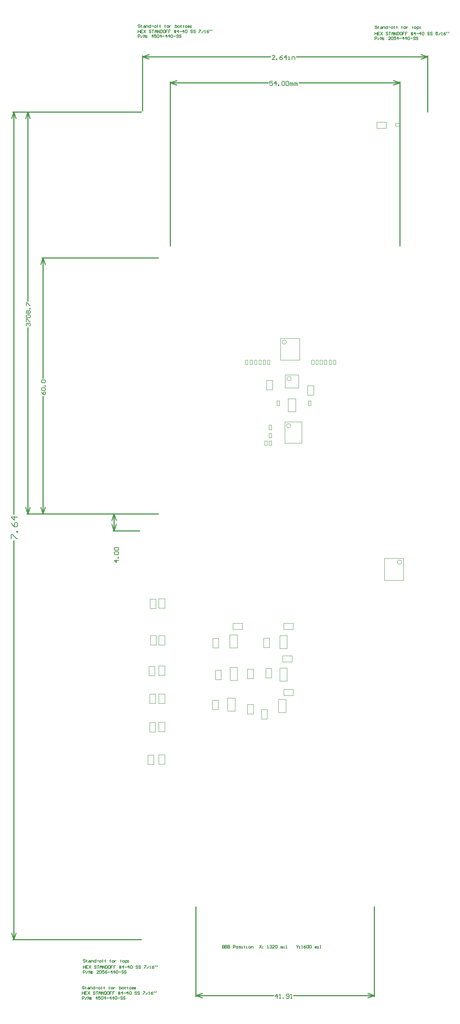
<source format=gbr>
G04 Layer_Color=16711935*
%FSLAX26Y26*%
%MOIN*%
%TF.FileFunction,Other,Mechanical_13*%
%TF.Part,Single*%
G01*
G75*
%TA.AperFunction,NonConductor*%
%ADD49C,0.010000*%
%ADD52C,0.005905*%
%ADD74C,0.003937*%
%ADD78C,0.006000*%
D49*
X976378Y-7803622D02*
X976378Y-6973622D01*
X-673622Y-7803622D02*
X-673622Y-6973622D01*
X230093Y-7793622D02*
X976378Y-7793622D01*
X-673622Y-7793622D02*
X44915Y-7793622D01*
X916378Y-7773622D02*
X976378Y-7793622D01*
X916378Y-7813622D02*
X976378Y-7793622D01*
X-673622Y-7793622D02*
X-613622Y-7813622D01*
X-673622Y-7793622D02*
X-613622Y-7773622D01*
X-2238622Y-3345122D02*
X-1022235Y-3345122D01*
X-2238622Y363555D02*
X-1179103Y363555D01*
X-2228622Y-3345122D02*
X-2228622Y-1626764D01*
X-2228622Y-1382551D02*
X-2228622Y363555D01*
X-2228622Y-3345122D02*
X-2208622Y-3285122D01*
X-2248622Y-3285122D02*
X-2228622Y-3345122D01*
X-2248622Y303555D02*
X-2228622Y363555D01*
X-2208622Y303555D01*
X-1441810Y-3502602D02*
X-1193214Y-3502602D01*
X-1441810Y-3345122D02*
X-1022235Y-3345122D01*
X-1431810Y-3502602D02*
X-1431810Y-3423862D01*
X-1431810Y-3345122D01*
X-1431810Y-3502602D02*
X-1411810Y-3442602D01*
X-1451810Y-3442602D02*
X-1431810Y-3502602D01*
X-1451810Y-3405122D02*
X-1431810Y-3345122D01*
X-1411810Y-3405122D01*
X-911810Y-872493D02*
X-911810Y644878D01*
X1214174Y-872493D02*
X1214174Y644878D01*
X-911810Y634878D02*
X-4478Y634878D01*
X279094Y634878D02*
X1214174Y634878D01*
X-911810Y634878D02*
X-851810Y614878D01*
X-911810Y634878D02*
X-851810Y654878D01*
X1154174Y654878D02*
X1214174Y634878D01*
X1154174Y614878D02*
X1214174Y634878D01*
X-2098622Y-3345122D02*
X-1022235Y-3345122D01*
X-2098622Y-982918D02*
X-1022235Y-982918D01*
X-2088622Y-3345122D02*
X-2088622Y-2260643D01*
X-2088622Y-2095145D02*
X-2088622Y-982918D01*
X-2088622Y-3345122D02*
X-2068622Y-3285122D01*
X-2108622Y-3285122D02*
X-2088622Y-3345122D01*
X-2108622Y-1042918D02*
X-2088622Y-982918D01*
X-2068622Y-1042918D01*
X-2365803Y363555D02*
X-1247638Y363555D01*
X-2365803Y-7274287D02*
X-1179103Y-7274287D01*
X-2355803Y-3350400D02*
X-2355803Y363555D01*
X-2355803Y-7274287D02*
X-2355803Y-3592332D01*
X-2375803Y303555D02*
X-2355803Y363555D01*
X-2335803Y303555D01*
X-2355803Y-7274287D02*
X-2335803Y-7214287D01*
X-2375803Y-7214287D02*
X-2355803Y-7274287D01*
X-1169103Y373555D02*
X-1169103Y884878D01*
X1468897Y363713D02*
X1468897Y884878D01*
X-1169103Y874878D02*
X17196Y874878D01*
X254850Y874878D02*
X1468897Y874878D01*
X-1169103Y874878D02*
X-1109103Y854878D01*
X-1169103Y874878D02*
X-1109103Y894878D01*
X1408897Y894878D02*
X1468897Y874878D01*
X1408897Y854878D02*
X1468897Y874878D01*
D52*
X1001150Y1154637D02*
X996887Y1158900D01*
X988359Y1158900D01*
X984095Y1154637D01*
X984095Y1150373D01*
X988359Y1146109D01*
X996887Y1146109D01*
X1001150Y1141845D01*
X1001150Y1137582D01*
X996887Y1133318D01*
X988359Y1133318D01*
X984095Y1137582D01*
X1013941Y1154637D02*
X1013941Y1150373D01*
X1009678Y1150373D01*
X1018205Y1150373D01*
X1013941Y1150373D01*
X1013941Y1137582D01*
X1018205Y1133318D01*
X1035260Y1150373D02*
X1043787Y1150373D01*
X1048051Y1146109D01*
X1048051Y1133318D01*
X1035260Y1133318D01*
X1030996Y1137582D01*
X1035260Y1141845D01*
X1048051Y1141845D01*
X1056579Y1133318D02*
X1056579Y1150373D01*
X1069370Y1150373D01*
X1073633Y1146109D01*
X1073633Y1133318D01*
X1099216Y1158900D02*
X1099216Y1133318D01*
X1086425Y1133318D01*
X1082161Y1137582D01*
X1082161Y1146109D01*
X1086425Y1150373D01*
X1099216Y1150373D01*
X1107743Y1146109D02*
X1124798Y1146109D01*
X1137589Y1133318D02*
X1146117Y1133318D01*
X1150380Y1137582D01*
X1150380Y1146109D01*
X1146117Y1150373D01*
X1137589Y1150373D01*
X1133325Y1146109D01*
X1133325Y1137582D01*
X1137589Y1133318D01*
X1163171Y1133318D02*
X1163171Y1154637D01*
X1163171Y1146109D01*
X1158908Y1146109D01*
X1167435Y1146109D01*
X1163171Y1146109D01*
X1163171Y1154637D01*
X1167435Y1158900D01*
X1184490Y1133318D02*
X1184490Y1154637D01*
X1184490Y1146109D01*
X1180226Y1146109D01*
X1188754Y1146109D01*
X1184490Y1146109D01*
X1184490Y1154637D01*
X1188754Y1158900D01*
X1231391Y1133318D02*
X1231391Y1154637D01*
X1231391Y1146109D01*
X1227127Y1146109D01*
X1235655Y1146109D01*
X1231391Y1146109D01*
X1231391Y1154637D01*
X1235655Y1158900D01*
X1252710Y1133318D02*
X1261237Y1133318D01*
X1265501Y1137582D01*
X1265501Y1146109D01*
X1261237Y1150373D01*
X1252710Y1150373D01*
X1248446Y1146109D01*
X1248446Y1137582D01*
X1252710Y1133318D01*
X1274028Y1150373D02*
X1274028Y1133318D01*
X1274028Y1141845D01*
X1278292Y1146109D01*
X1282556Y1150373D01*
X1286819Y1150373D01*
X1329457Y1154637D02*
X1329457Y1150373D01*
X1325193Y1150373D01*
X1333720Y1150373D01*
X1329457Y1150373D01*
X1329457Y1137582D01*
X1333720Y1133318D01*
X1350775Y1133318D02*
X1359303Y1133318D01*
X1363566Y1137582D01*
X1363566Y1146109D01*
X1359303Y1150373D01*
X1350775Y1150373D01*
X1346511Y1146109D01*
X1346511Y1137582D01*
X1350775Y1133318D01*
X1372094Y1124791D02*
X1372094Y1150373D01*
X1384885Y1150373D01*
X1389149Y1146109D01*
X1389149Y1137582D01*
X1384885Y1133318D01*
X1372094Y1133318D01*
X1397676Y1150373D02*
X1401940Y1150373D01*
X1401940Y1146109D01*
X1397676Y1146109D01*
X1397676Y1150373D01*
X1397676Y1137582D02*
X1401940Y1137582D01*
X1401940Y1133318D01*
X1397676Y1133318D01*
X1397676Y1137582D01*
X984095Y1101237D02*
X984095Y1075655D01*
X984095Y1088446D01*
X1001150Y1088446D01*
X1001150Y1101237D01*
X1001150Y1075655D01*
X1026733Y1101237D02*
X1009678Y1101237D01*
X1009678Y1075655D01*
X1026733Y1075655D01*
X1009678Y1088446D02*
X1018205Y1088446D01*
X1035260Y1101237D02*
X1052315Y1075655D01*
X1052315Y1101237D02*
X1035260Y1075655D01*
X1103479Y1096974D02*
X1099216Y1101237D01*
X1090688Y1101237D01*
X1086425Y1096974D01*
X1086425Y1092710D01*
X1090688Y1088446D01*
X1099216Y1088446D01*
X1103479Y1084182D01*
X1103479Y1079919D01*
X1099216Y1075655D01*
X1090688Y1075655D01*
X1086425Y1079919D01*
X1112007Y1101237D02*
X1129062Y1101237D01*
X1120534Y1101237D01*
X1120534Y1075655D01*
X1137589Y1075655D02*
X1137589Y1092710D01*
X1146117Y1101237D01*
X1154644Y1092710D01*
X1154644Y1075655D01*
X1154644Y1088446D01*
X1137589Y1088446D01*
X1163171Y1075655D02*
X1163171Y1101237D01*
X1180226Y1075655D01*
X1180226Y1101237D01*
X1188754Y1101237D02*
X1188754Y1075655D01*
X1201545Y1075655D01*
X1205809Y1079919D01*
X1205809Y1096974D01*
X1201545Y1101237D01*
X1188754Y1101237D01*
X1227127Y1101237D02*
X1218600Y1101237D01*
X1214336Y1096974D01*
X1214336Y1079919D01*
X1218600Y1075655D01*
X1227127Y1075655D01*
X1231391Y1079919D01*
X1231391Y1096974D01*
X1227127Y1101237D01*
X1256973Y1101237D02*
X1239918Y1101237D01*
X1239918Y1088446D01*
X1248446Y1088446D01*
X1239918Y1088446D01*
X1239918Y1075655D01*
X1282556Y1101237D02*
X1265501Y1101237D01*
X1265501Y1088446D01*
X1274028Y1088446D01*
X1265501Y1088446D01*
X1265501Y1075655D01*
X1320929Y1075655D02*
X1320929Y1101237D01*
X1329457Y1101237D02*
X1329457Y1075655D01*
X1316665Y1092710D02*
X1329457Y1092710D01*
X1333720Y1092710D01*
X1316665Y1084182D02*
X1333720Y1084182D01*
X1355039Y1075655D02*
X1355039Y1101237D01*
X1342248Y1088446D01*
X1359303Y1088446D01*
X1367830Y1088446D02*
X1384885Y1088446D01*
X1406203Y1075655D02*
X1406203Y1101237D01*
X1393412Y1088446D01*
X1410467Y1088446D01*
X1418995Y1096974D02*
X1423258Y1101237D01*
X1431786Y1101237D01*
X1436049Y1096974D01*
X1436049Y1079919D01*
X1431786Y1075655D01*
X1423258Y1075655D01*
X1418995Y1079919D01*
X1418995Y1096974D01*
X1487214Y1096974D02*
X1482950Y1101237D01*
X1474423Y1101237D01*
X1470159Y1096974D01*
X1470159Y1092710D01*
X1474423Y1088446D01*
X1482950Y1088446D01*
X1487214Y1084182D01*
X1487214Y1079919D01*
X1482950Y1075655D01*
X1474423Y1075655D01*
X1470159Y1079919D01*
X1512796Y1096974D02*
X1508533Y1101237D01*
X1500005Y1101237D01*
X1495741Y1096974D01*
X1495741Y1092710D01*
X1500005Y1088446D01*
X1508533Y1088446D01*
X1512796Y1084182D01*
X1512796Y1079919D01*
X1508533Y1075655D01*
X1500005Y1075655D01*
X1495741Y1079919D01*
X1563961Y1101237D02*
X1546906Y1101237D01*
X1546906Y1088446D01*
X1555433Y1092710D01*
X1559697Y1092710D01*
X1563961Y1088446D01*
X1563961Y1079919D01*
X1559697Y1075655D01*
X1551170Y1075655D01*
X1546906Y1079919D01*
X1572488Y1075655D02*
X1589543Y1092710D01*
X1598071Y1075655D02*
X1606598Y1075655D01*
X1602334Y1075655D01*
X1602334Y1101237D01*
X1598071Y1096974D01*
X1636444Y1101237D02*
X1627917Y1096974D01*
X1619389Y1088446D01*
X1619389Y1079919D01*
X1623653Y1075655D01*
X1632180Y1075655D01*
X1636444Y1079919D01*
X1636444Y1084182D01*
X1632180Y1088446D01*
X1619389Y1088446D01*
X1649235Y1105501D02*
X1649235Y1096974D01*
X1644972Y1092710D01*
X1666290Y1105501D02*
X1666290Y1096974D01*
X1662026Y1092710D01*
X984095Y1030783D02*
X984095Y1056366D01*
X996887Y1056366D01*
X1001150Y1052102D01*
X1001150Y1043575D01*
X996887Y1039311D01*
X984095Y1039311D01*
X1009678Y1030783D02*
X1026733Y1047838D01*
X1035260Y1030783D02*
X1035260Y1056366D01*
X1052315Y1030783D01*
X1052315Y1056366D01*
X1060842Y1047838D02*
X1065106Y1047838D01*
X1065106Y1043575D01*
X1060842Y1043575D01*
X1060842Y1047838D01*
X1060842Y1035047D02*
X1065106Y1035047D01*
X1065106Y1030783D01*
X1060842Y1030783D01*
X1060842Y1035047D01*
X1124798Y1030783D02*
X1107743Y1030783D01*
X1124798Y1047838D01*
X1124798Y1052102D01*
X1120534Y1056366D01*
X1112007Y1056366D01*
X1107743Y1052102D01*
X1133325Y1052102D02*
X1137589Y1056366D01*
X1146117Y1056366D01*
X1150380Y1052102D01*
X1150380Y1035047D01*
X1146117Y1030783D01*
X1137589Y1030783D01*
X1133325Y1035047D01*
X1133325Y1052102D01*
X1175963Y1056366D02*
X1158908Y1056366D01*
X1158908Y1043575D01*
X1167435Y1047838D01*
X1171699Y1047838D01*
X1175963Y1043575D01*
X1175963Y1035047D01*
X1171699Y1030783D01*
X1163171Y1030783D01*
X1158908Y1035047D01*
X1197281Y1030783D02*
X1197281Y1056366D01*
X1184490Y1043575D01*
X1201545Y1043575D01*
X1210072Y1043575D02*
X1227127Y1043575D01*
X1248446Y1030783D02*
X1248446Y1056366D01*
X1235655Y1043575D01*
X1252710Y1043575D01*
X1274028Y1030783D02*
X1274028Y1056366D01*
X1261237Y1043575D01*
X1278292Y1043575D01*
X1286819Y1052102D02*
X1291083Y1056366D01*
X1299611Y1056366D01*
X1303874Y1052102D01*
X1303874Y1035047D01*
X1299611Y1030783D01*
X1291083Y1030783D01*
X1286819Y1035047D01*
X1286819Y1052102D01*
X1312402Y1043575D02*
X1329457Y1043575D01*
X1355039Y1052102D02*
X1350775Y1056366D01*
X1342248Y1056366D01*
X1337984Y1052102D01*
X1337984Y1047838D01*
X1342248Y1043575D01*
X1350775Y1043575D01*
X1355039Y1039311D01*
X1355039Y1035047D01*
X1350775Y1030783D01*
X1342248Y1030783D01*
X1337984Y1035047D01*
X1380621Y1052102D02*
X1376357Y1056366D01*
X1367830Y1056366D01*
X1363566Y1052102D01*
X1363566Y1047838D01*
X1367830Y1043575D01*
X1376357Y1043575D01*
X1380621Y1039311D01*
X1380621Y1035047D01*
X1376357Y1030783D01*
X1367830Y1030783D01*
X1363566Y1035047D01*
X-1695662Y-7463863D02*
X-1699926Y-7459599D01*
X-1708453Y-7459599D01*
X-1712717Y-7463863D01*
X-1712717Y-7468127D01*
X-1708453Y-7472390D01*
X-1699926Y-7472390D01*
X-1695662Y-7476654D01*
X-1695662Y-7480918D01*
X-1699926Y-7485182D01*
X-1708453Y-7485182D01*
X-1712717Y-7480918D01*
X-1682871Y-7463863D02*
X-1682871Y-7468127D01*
X-1687135Y-7468127D01*
X-1678607Y-7468127D01*
X-1682871Y-7468127D01*
X-1682871Y-7480918D01*
X-1678607Y-7485182D01*
X-1661552Y-7468127D02*
X-1653025Y-7468127D01*
X-1648761Y-7472390D01*
X-1648761Y-7485182D01*
X-1661552Y-7485182D01*
X-1665816Y-7480918D01*
X-1661552Y-7476654D01*
X-1648761Y-7476654D01*
X-1640234Y-7485182D02*
X-1640234Y-7468127D01*
X-1627443Y-7468127D01*
X-1623179Y-7472390D01*
X-1623179Y-7485182D01*
X-1597597Y-7459599D02*
X-1597597Y-7485182D01*
X-1610388Y-7485182D01*
X-1614651Y-7480918D01*
X-1614651Y-7472390D01*
X-1610388Y-7468127D01*
X-1597597Y-7468127D01*
X-1589069Y-7472390D02*
X-1572014Y-7472390D01*
X-1559223Y-7485182D02*
X-1550696Y-7485182D01*
X-1546432Y-7480918D01*
X-1546432Y-7472390D01*
X-1550696Y-7468127D01*
X-1559223Y-7468127D01*
X-1563487Y-7472390D01*
X-1563487Y-7480918D01*
X-1559223Y-7485182D01*
X-1533641Y-7485182D02*
X-1533641Y-7463863D01*
X-1533641Y-7472390D01*
X-1537905Y-7472390D01*
X-1529377Y-7472390D01*
X-1533641Y-7472390D01*
X-1533641Y-7463863D01*
X-1529377Y-7459599D01*
X-1512322Y-7485182D02*
X-1512322Y-7463863D01*
X-1512322Y-7472390D01*
X-1516586Y-7472390D01*
X-1508059Y-7472390D01*
X-1512322Y-7472390D01*
X-1512322Y-7463863D01*
X-1508059Y-7459599D01*
X-1465421Y-7485182D02*
X-1465421Y-7463863D01*
X-1465421Y-7472390D01*
X-1469685Y-7472390D01*
X-1461158Y-7472390D01*
X-1465421Y-7472390D01*
X-1465421Y-7463863D01*
X-1461158Y-7459599D01*
X-1444103Y-7485182D02*
X-1435575Y-7485182D01*
X-1431312Y-7480918D01*
X-1431312Y-7472390D01*
X-1435575Y-7468127D01*
X-1444103Y-7468127D01*
X-1448366Y-7472390D01*
X-1448366Y-7480918D01*
X-1444103Y-7485182D01*
X-1422784Y-7468127D02*
X-1422784Y-7485182D01*
X-1422784Y-7476654D01*
X-1418520Y-7472390D01*
X-1414257Y-7468127D01*
X-1409993Y-7468127D01*
X-1367356Y-7463863D02*
X-1367356Y-7468127D01*
X-1371620Y-7468127D01*
X-1363092Y-7468127D01*
X-1367356Y-7468127D01*
X-1367356Y-7480918D01*
X-1363092Y-7485182D01*
X-1346037Y-7485182D02*
X-1337510Y-7485182D01*
X-1333246Y-7480918D01*
X-1333246Y-7472390D01*
X-1337510Y-7468127D01*
X-1346037Y-7468127D01*
X-1350301Y-7472390D01*
X-1350301Y-7480918D01*
X-1346037Y-7485182D01*
X-1324719Y-7493709D02*
X-1324719Y-7468127D01*
X-1311927Y-7468127D01*
X-1307664Y-7472390D01*
X-1307664Y-7480918D01*
X-1311927Y-7485182D01*
X-1324719Y-7485182D01*
X-1299136Y-7468127D02*
X-1294873Y-7468127D01*
X-1294873Y-7472390D01*
X-1299136Y-7472390D01*
X-1299136Y-7468127D01*
X-1299136Y-7480918D02*
X-1294873Y-7480918D01*
X-1294873Y-7485182D01*
X-1299136Y-7485182D01*
X-1299136Y-7480918D01*
X-1712717Y-7517262D02*
X-1712717Y-7542845D01*
X-1712717Y-7530053D01*
X-1695662Y-7530053D01*
X-1695662Y-7517262D01*
X-1695662Y-7542845D01*
X-1670080Y-7517262D02*
X-1687135Y-7517262D01*
X-1687135Y-7542845D01*
X-1670080Y-7542845D01*
X-1687135Y-7530053D02*
X-1678607Y-7530053D01*
X-1661552Y-7517262D02*
X-1644497Y-7542845D01*
X-1644497Y-7517262D02*
X-1661552Y-7542845D01*
X-1593333Y-7521526D02*
X-1597597Y-7517262D01*
X-1606124Y-7517262D01*
X-1610388Y-7521526D01*
X-1610388Y-7525790D01*
X-1606124Y-7530053D01*
X-1597597Y-7530053D01*
X-1593333Y-7534317D01*
X-1593333Y-7538581D01*
X-1597597Y-7542845D01*
X-1606124Y-7542845D01*
X-1610388Y-7538581D01*
X-1584805Y-7517262D02*
X-1567751Y-7517262D01*
X-1576278Y-7517262D01*
X-1576278Y-7542845D01*
X-1559223Y-7542845D02*
X-1559223Y-7525790D01*
X-1550696Y-7517262D01*
X-1542168Y-7525790D01*
X-1542168Y-7542845D01*
X-1542168Y-7530053D01*
X-1559223Y-7530053D01*
X-1533641Y-7542845D02*
X-1533641Y-7517262D01*
X-1516586Y-7542845D01*
X-1516586Y-7517262D01*
X-1508059Y-7517262D02*
X-1508059Y-7542845D01*
X-1495267Y-7542845D01*
X-1491004Y-7538581D01*
X-1491004Y-7521526D01*
X-1495267Y-7517262D01*
X-1508059Y-7517262D01*
X-1469685Y-7517262D02*
X-1478213Y-7517262D01*
X-1482476Y-7521526D01*
X-1482476Y-7538581D01*
X-1478213Y-7542845D01*
X-1469685Y-7542845D01*
X-1465421Y-7538581D01*
X-1465421Y-7521526D01*
X-1469685Y-7517262D01*
X-1439839Y-7517262D02*
X-1456894Y-7517262D01*
X-1456894Y-7530053D01*
X-1448367Y-7530053D01*
X-1456894Y-7530053D01*
X-1456894Y-7542845D01*
X-1414257Y-7517262D02*
X-1431312Y-7517262D01*
X-1431312Y-7530053D01*
X-1422784Y-7530053D01*
X-1431312Y-7530053D01*
X-1431312Y-7542845D01*
X-1375883Y-7542845D02*
X-1375883Y-7517262D01*
X-1367356Y-7517262D02*
X-1367356Y-7542845D01*
X-1380147Y-7525790D02*
X-1367356Y-7525790D01*
X-1363092Y-7525790D01*
X-1380147Y-7534317D02*
X-1363092Y-7534317D01*
X-1341774Y-7542845D02*
X-1341774Y-7517262D01*
X-1354565Y-7530053D01*
X-1337510Y-7530053D01*
X-1328982Y-7530053D02*
X-1311928Y-7530053D01*
X-1290609Y-7542845D02*
X-1290609Y-7517262D01*
X-1303400Y-7530053D01*
X-1286345Y-7530053D01*
X-1277818Y-7521526D02*
X-1273554Y-7517262D01*
X-1265027Y-7517262D01*
X-1260763Y-7521526D01*
X-1260763Y-7538581D01*
X-1265027Y-7542845D01*
X-1273554Y-7542845D01*
X-1277818Y-7538581D01*
X-1277818Y-7521526D01*
X-1209598Y-7521526D02*
X-1213862Y-7517262D01*
X-1222389Y-7517262D01*
X-1226653Y-7521526D01*
X-1226653Y-7525790D01*
X-1222389Y-7530053D01*
X-1213862Y-7530053D01*
X-1209598Y-7534317D01*
X-1209598Y-7538581D01*
X-1213862Y-7542845D01*
X-1222389Y-7542845D01*
X-1226653Y-7538581D01*
X-1184016Y-7521526D02*
X-1188280Y-7517262D01*
X-1196807Y-7517262D01*
X-1201071Y-7521526D01*
X-1201071Y-7525790D01*
X-1196807Y-7530053D01*
X-1188280Y-7530053D01*
X-1184016Y-7534317D01*
X-1184016Y-7538581D01*
X-1188280Y-7542845D01*
X-1196807Y-7542845D01*
X-1201071Y-7538581D01*
X-1149906Y-7517262D02*
X-1132851Y-7517262D01*
X-1132851Y-7521526D01*
X-1149906Y-7538581D01*
X-1149906Y-7542845D01*
X-1124324Y-7542845D02*
X-1107269Y-7525790D01*
X-1098742Y-7542845D02*
X-1090214Y-7542845D01*
X-1094478Y-7542845D01*
X-1094478Y-7517262D01*
X-1098742Y-7521526D01*
X-1060368Y-7517262D02*
X-1068896Y-7521526D01*
X-1077423Y-7530053D01*
X-1077423Y-7538581D01*
X-1073159Y-7542845D01*
X-1064632Y-7542845D01*
X-1060368Y-7538581D01*
X-1060368Y-7534317D01*
X-1064632Y-7530053D01*
X-1077423Y-7530053D01*
X-1047577Y-7512998D02*
X-1047577Y-7521526D01*
X-1051841Y-7525790D01*
X-1030522Y-7512998D02*
X-1030522Y-7521526D01*
X-1034786Y-7525790D01*
X-1712717Y-7587716D02*
X-1712717Y-7562134D01*
X-1699926Y-7562134D01*
X-1695662Y-7566398D01*
X-1695662Y-7574925D01*
X-1699926Y-7579189D01*
X-1712717Y-7579189D01*
X-1687135Y-7587716D02*
X-1670080Y-7570661D01*
X-1661552Y-7587716D02*
X-1661552Y-7562134D01*
X-1644497Y-7587716D01*
X-1644497Y-7562134D01*
X-1635970Y-7570661D02*
X-1631706Y-7570661D01*
X-1631706Y-7574925D01*
X-1635970Y-7574925D01*
X-1635970Y-7570661D01*
X-1635970Y-7583453D02*
X-1631706Y-7583453D01*
X-1631706Y-7587716D01*
X-1635970Y-7587716D01*
X-1635970Y-7583453D01*
X-1572014Y-7587716D02*
X-1589069Y-7587716D01*
X-1572014Y-7570661D01*
X-1572014Y-7566398D01*
X-1576278Y-7562134D01*
X-1584805Y-7562134D01*
X-1589069Y-7566398D01*
X-1563487Y-7566398D02*
X-1559223Y-7562134D01*
X-1550696Y-7562134D01*
X-1546432Y-7566398D01*
X-1546432Y-7583453D01*
X-1550696Y-7587716D01*
X-1559223Y-7587716D01*
X-1563487Y-7583453D01*
X-1563487Y-7566398D01*
X-1520850Y-7562134D02*
X-1537905Y-7562134D01*
X-1537905Y-7574925D01*
X-1529377Y-7570661D01*
X-1525113Y-7570661D01*
X-1520850Y-7574925D01*
X-1520850Y-7583453D01*
X-1525113Y-7587716D01*
X-1533641Y-7587716D01*
X-1537905Y-7583453D01*
X-1495267Y-7562134D02*
X-1503795Y-7566398D01*
X-1512322Y-7574925D01*
X-1512322Y-7583453D01*
X-1508059Y-7587716D01*
X-1499531Y-7587716D01*
X-1495267Y-7583453D01*
X-1495267Y-7579189D01*
X-1499531Y-7574925D01*
X-1512322Y-7574925D01*
X-1486740Y-7574925D02*
X-1469685Y-7574925D01*
X-1448366Y-7587716D02*
X-1448366Y-7562134D01*
X-1461158Y-7574925D01*
X-1444103Y-7574925D01*
X-1422784Y-7587716D02*
X-1422784Y-7562134D01*
X-1435575Y-7574925D01*
X-1418520Y-7574925D01*
X-1409993Y-7566398D02*
X-1405729Y-7562134D01*
X-1397202Y-7562134D01*
X-1392938Y-7566398D01*
X-1392938Y-7583453D01*
X-1397202Y-7587716D01*
X-1405729Y-7587716D01*
X-1409993Y-7583453D01*
X-1409993Y-7566398D01*
X-1384411Y-7574925D02*
X-1367356Y-7574925D01*
X-1341774Y-7566398D02*
X-1346037Y-7562134D01*
X-1354565Y-7562134D01*
X-1358828Y-7566398D01*
X-1358828Y-7570661D01*
X-1354565Y-7574925D01*
X-1346037Y-7574925D01*
X-1341774Y-7579189D01*
X-1341774Y-7583453D01*
X-1346037Y-7587716D01*
X-1354565Y-7587716D01*
X-1358828Y-7583453D01*
X-1316191Y-7566398D02*
X-1320455Y-7562134D01*
X-1328982Y-7562134D01*
X-1333246Y-7566398D01*
X-1333246Y-7570661D01*
X-1328982Y-7574925D01*
X-1320455Y-7574925D01*
X-1316191Y-7579189D01*
X-1316191Y-7583453D01*
X-1320455Y-7587716D01*
X-1328982Y-7587716D01*
X-1333246Y-7583453D01*
X-1705662Y-7712390D02*
X-1709926Y-7708127D01*
X-1718453Y-7708127D01*
X-1722717Y-7712390D01*
X-1722717Y-7716654D01*
X-1718453Y-7720918D01*
X-1709926Y-7720918D01*
X-1705662Y-7725182D01*
X-1705662Y-7729445D01*
X-1709926Y-7733709D01*
X-1718453Y-7733709D01*
X-1722717Y-7729445D01*
X-1692871Y-7712390D02*
X-1692871Y-7716654D01*
X-1697135Y-7716654D01*
X-1688607Y-7716654D01*
X-1692871Y-7716654D01*
X-1692871Y-7729445D01*
X-1688607Y-7733709D01*
X-1671552Y-7716654D02*
X-1663025Y-7716654D01*
X-1658761Y-7720918D01*
X-1658761Y-7733709D01*
X-1671552Y-7733709D01*
X-1675816Y-7729445D01*
X-1671552Y-7725182D01*
X-1658761Y-7725182D01*
X-1650234Y-7733709D02*
X-1650234Y-7716654D01*
X-1637443Y-7716654D01*
X-1633179Y-7720918D01*
X-1633179Y-7733709D01*
X-1607597Y-7708127D02*
X-1607597Y-7733709D01*
X-1620388Y-7733709D01*
X-1624651Y-7729445D01*
X-1624651Y-7720918D01*
X-1620388Y-7716654D01*
X-1607597Y-7716654D01*
X-1599069Y-7720918D02*
X-1582014Y-7720918D01*
X-1569223Y-7733709D02*
X-1560696Y-7733709D01*
X-1556432Y-7729445D01*
X-1556432Y-7720918D01*
X-1560696Y-7716654D01*
X-1569223Y-7716654D01*
X-1573487Y-7720918D01*
X-1573487Y-7729445D01*
X-1569223Y-7733709D01*
X-1543641Y-7733709D02*
X-1543641Y-7712390D01*
X-1543641Y-7720918D01*
X-1547905Y-7720918D01*
X-1539377Y-7720918D01*
X-1543641Y-7720918D01*
X-1543641Y-7712390D01*
X-1539377Y-7708127D01*
X-1522322Y-7733709D02*
X-1522322Y-7712390D01*
X-1522322Y-7720918D01*
X-1526586Y-7720918D01*
X-1518059Y-7720918D01*
X-1522322Y-7720918D01*
X-1522322Y-7712390D01*
X-1518059Y-7708127D01*
X-1475421Y-7733709D02*
X-1475421Y-7712390D01*
X-1475421Y-7720918D01*
X-1479685Y-7720918D01*
X-1471158Y-7720918D01*
X-1475421Y-7720918D01*
X-1475421Y-7712390D01*
X-1471158Y-7708127D01*
X-1454103Y-7733709D02*
X-1445575Y-7733709D01*
X-1441312Y-7729445D01*
X-1441312Y-7720918D01*
X-1445575Y-7716654D01*
X-1454103Y-7716654D01*
X-1458366Y-7720918D01*
X-1458366Y-7729445D01*
X-1454103Y-7733709D01*
X-1432784Y-7716654D02*
X-1432784Y-7733709D01*
X-1432784Y-7725182D01*
X-1428520Y-7720918D01*
X-1424257Y-7716654D01*
X-1419993Y-7716654D01*
X-1381620Y-7708127D02*
X-1381620Y-7733709D01*
X-1368828Y-7733709D01*
X-1364565Y-7729445D01*
X-1364565Y-7725182D01*
X-1364565Y-7720918D01*
X-1368828Y-7716654D01*
X-1381620Y-7716654D01*
X-1351774Y-7733709D02*
X-1343246Y-7733709D01*
X-1338982Y-7729445D01*
X-1338982Y-7720918D01*
X-1343246Y-7716654D01*
X-1351774Y-7716654D01*
X-1356037Y-7720918D01*
X-1356037Y-7729445D01*
X-1351774Y-7733709D01*
X-1326191Y-7712390D02*
X-1326191Y-7716654D01*
X-1330455Y-7716654D01*
X-1321928Y-7716654D01*
X-1326191Y-7716654D01*
X-1326191Y-7729445D01*
X-1321928Y-7733709D01*
X-1304873Y-7712390D02*
X-1304873Y-7716654D01*
X-1309136Y-7716654D01*
X-1300609Y-7716654D01*
X-1304873Y-7716654D01*
X-1304873Y-7729445D01*
X-1300609Y-7733709D01*
X-1283554Y-7733709D02*
X-1275026Y-7733709D01*
X-1270763Y-7729445D01*
X-1270763Y-7720918D01*
X-1275026Y-7716654D01*
X-1283554Y-7716654D01*
X-1287818Y-7720918D01*
X-1287818Y-7729445D01*
X-1283554Y-7733709D01*
X-1262235Y-7733709D02*
X-1262235Y-7716654D01*
X-1257972Y-7716654D01*
X-1253708Y-7720918D01*
X-1253708Y-7733709D01*
X-1253708Y-7720918D01*
X-1249444Y-7716654D01*
X-1245180Y-7720918D01*
X-1245180Y-7733709D01*
X-1236653Y-7716654D02*
X-1232389Y-7716654D01*
X-1232389Y-7720918D01*
X-1236653Y-7720918D01*
X-1236653Y-7716654D01*
X-1236653Y-7729445D02*
X-1232389Y-7729445D01*
X-1232389Y-7733709D01*
X-1236653Y-7733709D01*
X-1236653Y-7729445D01*
X-1722717Y-7757262D02*
X-1722717Y-7782845D01*
X-1722717Y-7770053D01*
X-1705662Y-7770053D01*
X-1705662Y-7757262D01*
X-1705662Y-7782845D01*
X-1680080Y-7757262D02*
X-1697135Y-7757262D01*
X-1697135Y-7782845D01*
X-1680080Y-7782845D01*
X-1697135Y-7770053D02*
X-1688607Y-7770053D01*
X-1671552Y-7757262D02*
X-1654497Y-7782845D01*
X-1654497Y-7757262D02*
X-1671552Y-7782845D01*
X-1603333Y-7761526D02*
X-1607597Y-7757262D01*
X-1616124Y-7757262D01*
X-1620388Y-7761526D01*
X-1620388Y-7765790D01*
X-1616124Y-7770053D01*
X-1607597Y-7770053D01*
X-1603333Y-7774317D01*
X-1603333Y-7778581D01*
X-1607597Y-7782845D01*
X-1616124Y-7782845D01*
X-1620388Y-7778581D01*
X-1594805Y-7757262D02*
X-1577751Y-7757262D01*
X-1586278Y-7757262D01*
X-1586278Y-7782845D01*
X-1569223Y-7782845D02*
X-1569223Y-7765790D01*
X-1560696Y-7757262D01*
X-1552168Y-7765790D01*
X-1552168Y-7782845D01*
X-1552168Y-7770053D01*
X-1569223Y-7770053D01*
X-1543641Y-7782845D02*
X-1543641Y-7757262D01*
X-1526586Y-7782845D01*
X-1526586Y-7757262D01*
X-1518059Y-7757262D02*
X-1518059Y-7782845D01*
X-1505267Y-7782845D01*
X-1501004Y-7778581D01*
X-1501004Y-7761526D01*
X-1505267Y-7757262D01*
X-1518059Y-7757262D01*
X-1479685Y-7757262D02*
X-1488213Y-7757262D01*
X-1492476Y-7761526D01*
X-1492476Y-7778581D01*
X-1488213Y-7782845D01*
X-1479685Y-7782845D01*
X-1475421Y-7778581D01*
X-1475421Y-7761526D01*
X-1479685Y-7757262D01*
X-1449839Y-7757262D02*
X-1466894Y-7757262D01*
X-1466894Y-7770053D01*
X-1458367Y-7770053D01*
X-1466894Y-7770053D01*
X-1466894Y-7782845D01*
X-1424257Y-7757262D02*
X-1441312Y-7757262D01*
X-1441312Y-7770053D01*
X-1432784Y-7770053D01*
X-1441312Y-7770053D01*
X-1441312Y-7782845D01*
X-1385883Y-7782845D02*
X-1385883Y-7757262D01*
X-1377356Y-7757262D02*
X-1377356Y-7782845D01*
X-1390147Y-7765790D02*
X-1377356Y-7765790D01*
X-1373092Y-7765790D01*
X-1390147Y-7774317D02*
X-1373092Y-7774317D01*
X-1351774Y-7782845D02*
X-1351774Y-7757262D01*
X-1364565Y-7770053D01*
X-1347510Y-7770053D01*
X-1338982Y-7770053D02*
X-1321928Y-7770053D01*
X-1300609Y-7782845D02*
X-1300609Y-7757262D01*
X-1313400Y-7770053D01*
X-1296345Y-7770053D01*
X-1287818Y-7761526D02*
X-1283554Y-7757262D01*
X-1275027Y-7757262D01*
X-1270763Y-7761526D01*
X-1270763Y-7778581D01*
X-1275027Y-7782845D01*
X-1283554Y-7782845D01*
X-1287818Y-7778581D01*
X-1287818Y-7761526D01*
X-1219598Y-7761526D02*
X-1223862Y-7757262D01*
X-1232389Y-7757262D01*
X-1236653Y-7761526D01*
X-1236653Y-7765790D01*
X-1232389Y-7770053D01*
X-1223862Y-7770053D01*
X-1219598Y-7774317D01*
X-1219598Y-7778581D01*
X-1223862Y-7782845D01*
X-1232389Y-7782845D01*
X-1236653Y-7778581D01*
X-1194016Y-7761526D02*
X-1198280Y-7757262D01*
X-1206807Y-7757262D01*
X-1211071Y-7761526D01*
X-1211071Y-7765790D01*
X-1206807Y-7770053D01*
X-1198280Y-7770053D01*
X-1194016Y-7774317D01*
X-1194016Y-7778581D01*
X-1198280Y-7782845D01*
X-1206807Y-7782845D01*
X-1211071Y-7778581D01*
X-1159906Y-7757262D02*
X-1142851Y-7757262D01*
X-1142851Y-7761526D01*
X-1159906Y-7778581D01*
X-1159906Y-7782845D01*
X-1134324Y-7782845D02*
X-1117269Y-7765790D01*
X-1108742Y-7782845D02*
X-1100214Y-7782845D01*
X-1104478Y-7782845D01*
X-1104478Y-7757262D01*
X-1108742Y-7761526D01*
X-1070368Y-7757262D02*
X-1078896Y-7761526D01*
X-1087423Y-7770053D01*
X-1087423Y-7778581D01*
X-1083159Y-7782845D01*
X-1074632Y-7782845D01*
X-1070368Y-7778581D01*
X-1070368Y-7774317D01*
X-1074632Y-7770053D01*
X-1087423Y-7770053D01*
X-1057577Y-7752998D02*
X-1057577Y-7761526D01*
X-1061841Y-7765790D01*
X-1040522Y-7752998D02*
X-1040522Y-7761526D01*
X-1044786Y-7765790D01*
X-1722717Y-7827716D02*
X-1722717Y-7802134D01*
X-1709926Y-7802134D01*
X-1705662Y-7806398D01*
X-1705662Y-7814925D01*
X-1709926Y-7819189D01*
X-1722717Y-7819189D01*
X-1697135Y-7827716D02*
X-1680080Y-7810661D01*
X-1671552Y-7827716D02*
X-1671552Y-7802134D01*
X-1654497Y-7827716D01*
X-1654497Y-7802134D01*
X-1645970Y-7810661D02*
X-1641706Y-7810661D01*
X-1641706Y-7814925D01*
X-1645970Y-7814925D01*
X-1645970Y-7810661D01*
X-1645970Y-7823453D02*
X-1641706Y-7823453D01*
X-1641706Y-7827716D01*
X-1645970Y-7827716D01*
X-1645970Y-7823453D01*
X-1586278Y-7827716D02*
X-1586278Y-7802134D01*
X-1599069Y-7814925D01*
X-1582014Y-7814925D01*
X-1556432Y-7802134D02*
X-1573487Y-7802134D01*
X-1573487Y-7814925D01*
X-1564959Y-7810661D01*
X-1560696Y-7810661D01*
X-1556432Y-7814925D01*
X-1556432Y-7823453D01*
X-1560696Y-7827716D01*
X-1569223Y-7827716D01*
X-1573487Y-7823453D01*
X-1547905Y-7806398D02*
X-1543641Y-7802134D01*
X-1535113Y-7802134D01*
X-1530850Y-7806398D01*
X-1530850Y-7823453D01*
X-1535113Y-7827716D01*
X-1543641Y-7827716D01*
X-1547905Y-7823453D01*
X-1547905Y-7806398D01*
X-1509531Y-7827716D02*
X-1509531Y-7802134D01*
X-1522322Y-7814925D01*
X-1505267Y-7814925D01*
X-1496740Y-7814925D02*
X-1479685Y-7814925D01*
X-1458366Y-7827716D02*
X-1458366Y-7802134D01*
X-1471158Y-7814925D01*
X-1454103Y-7814925D01*
X-1432784Y-7827716D02*
X-1432784Y-7802134D01*
X-1445575Y-7814925D01*
X-1428520Y-7814925D01*
X-1419993Y-7806398D02*
X-1415729Y-7802134D01*
X-1407202Y-7802134D01*
X-1402938Y-7806398D01*
X-1402938Y-7823453D01*
X-1407202Y-7827716D01*
X-1415729Y-7827716D01*
X-1419993Y-7823453D01*
X-1419993Y-7806398D01*
X-1394411Y-7814925D02*
X-1377356Y-7814925D01*
X-1351774Y-7806398D02*
X-1356037Y-7802134D01*
X-1364565Y-7802134D01*
X-1368828Y-7806398D01*
X-1368828Y-7810661D01*
X-1364565Y-7814925D01*
X-1356037Y-7814925D01*
X-1351774Y-7819189D01*
X-1351774Y-7823453D01*
X-1356037Y-7827716D01*
X-1364565Y-7827716D01*
X-1368828Y-7823453D01*
X-1326191Y-7806398D02*
X-1330455Y-7802134D01*
X-1338982Y-7802134D01*
X-1343246Y-7806398D01*
X-1343246Y-7810661D01*
X-1338982Y-7814925D01*
X-1330455Y-7814925D01*
X-1326191Y-7819189D01*
X-1326191Y-7823453D01*
X-1330455Y-7827716D01*
X-1338982Y-7827716D01*
X-1343246Y-7823453D01*
X-1188850Y1166109D02*
X-1193113Y1170373D01*
X-1201641Y1170373D01*
X-1205905Y1166109D01*
X-1205905Y1161845D01*
X-1201641Y1157582D01*
X-1193113Y1157582D01*
X-1188850Y1153318D01*
X-1188850Y1149054D01*
X-1193113Y1144791D01*
X-1201641Y1144791D01*
X-1205905Y1149054D01*
X-1176059Y1166109D02*
X-1176059Y1161845D01*
X-1180322Y1161845D01*
X-1171795Y1161845D01*
X-1176059Y1161845D01*
X-1176059Y1149054D01*
X-1171795Y1144791D01*
X-1154740Y1161845D02*
X-1146213Y1161845D01*
X-1141949Y1157582D01*
X-1141949Y1144791D01*
X-1154740Y1144791D01*
X-1159004Y1149054D01*
X-1154740Y1153318D01*
X-1141949Y1153318D01*
X-1133421Y1144791D02*
X-1133421Y1161845D01*
X-1120630Y1161845D01*
X-1116367Y1157582D01*
X-1116367Y1144791D01*
X-1090784Y1170373D02*
X-1090784Y1144791D01*
X-1103575Y1144791D01*
X-1107839Y1149054D01*
X-1107839Y1157582D01*
X-1103575Y1161845D01*
X-1090784Y1161845D01*
X-1082257Y1157582D02*
X-1065202Y1157582D01*
X-1052411Y1144791D02*
X-1043883Y1144791D01*
X-1039620Y1149054D01*
X-1039620Y1157582D01*
X-1043883Y1161845D01*
X-1052411Y1161845D01*
X-1056675Y1157582D01*
X-1056675Y1149054D01*
X-1052411Y1144791D01*
X-1026829Y1144791D02*
X-1026829Y1166109D01*
X-1026829Y1157582D01*
X-1031092Y1157582D01*
X-1022565Y1157582D01*
X-1026829Y1157582D01*
X-1026829Y1166109D01*
X-1022565Y1170373D01*
X-1005510Y1144791D02*
X-1005510Y1166109D01*
X-1005510Y1157582D01*
X-1009774Y1157582D01*
X-1001246Y1157582D01*
X-1005510Y1157582D01*
X-1005510Y1166109D01*
X-1001246Y1170373D01*
X-958609Y1144791D02*
X-958609Y1166109D01*
X-958609Y1157582D01*
X-962873Y1157582D01*
X-954345Y1157582D01*
X-958609Y1157582D01*
X-958609Y1166109D01*
X-954345Y1170373D01*
X-937290Y1144791D02*
X-928763Y1144791D01*
X-924499Y1149054D01*
X-924499Y1157582D01*
X-928763Y1161845D01*
X-937290Y1161845D01*
X-941554Y1157582D01*
X-941554Y1149054D01*
X-937290Y1144791D01*
X-915972Y1161845D02*
X-915972Y1144791D01*
X-915972Y1153318D01*
X-911708Y1157582D01*
X-907444Y1161845D01*
X-903181Y1161845D01*
X-864807Y1170373D02*
X-864807Y1144791D01*
X-852016Y1144791D01*
X-847752Y1149054D01*
X-847752Y1153318D01*
X-847752Y1157582D01*
X-852016Y1161845D01*
X-864807Y1161845D01*
X-834961Y1144791D02*
X-826434Y1144791D01*
X-822170Y1149054D01*
X-822170Y1157582D01*
X-826434Y1161845D01*
X-834961Y1161845D01*
X-839225Y1157582D01*
X-839225Y1149054D01*
X-834961Y1144791D01*
X-809379Y1166109D02*
X-809379Y1161845D01*
X-813643Y1161845D01*
X-805115Y1161845D01*
X-809379Y1161845D01*
X-809379Y1149054D01*
X-805115Y1144791D01*
X-788060Y1166109D02*
X-788060Y1161845D01*
X-792324Y1161845D01*
X-783797Y1161845D01*
X-788060Y1161845D01*
X-788060Y1149054D01*
X-783797Y1144791D01*
X-766742Y1144791D02*
X-758214Y1144791D01*
X-753951Y1149054D01*
X-753951Y1157582D01*
X-758214Y1161845D01*
X-766742Y1161845D01*
X-771005Y1157582D01*
X-771005Y1149054D01*
X-766742Y1144791D01*
X-745423Y1144791D02*
X-745423Y1161845D01*
X-741159Y1161845D01*
X-736896Y1157582D01*
X-736896Y1144791D01*
X-736896Y1157582D01*
X-732632Y1161845D01*
X-728368Y1157582D01*
X-728368Y1144791D01*
X-719841Y1161845D02*
X-715577Y1161845D01*
X-715577Y1157582D01*
X-719841Y1157582D01*
X-719841Y1161845D01*
X-719841Y1149054D02*
X-715577Y1149054D01*
X-715577Y1144791D01*
X-719841Y1144791D01*
X-719841Y1149054D01*
X-1205905Y1121237D02*
X-1205905Y1095655D01*
X-1205905Y1108446D01*
X-1188850Y1108446D01*
X-1188850Y1121237D01*
X-1188850Y1095655D01*
X-1163267Y1121237D02*
X-1180322Y1121237D01*
X-1180322Y1095655D01*
X-1163267Y1095655D01*
X-1180322Y1108446D02*
X-1171795Y1108446D01*
X-1154740Y1121237D02*
X-1137685Y1095655D01*
X-1137685Y1121237D02*
X-1154740Y1095655D01*
X-1086521Y1116974D02*
X-1090784Y1121237D01*
X-1099312Y1121237D01*
X-1103575Y1116974D01*
X-1103575Y1112710D01*
X-1099312Y1108446D01*
X-1090784Y1108446D01*
X-1086521Y1104182D01*
X-1086521Y1099919D01*
X-1090784Y1095655D01*
X-1099312Y1095655D01*
X-1103575Y1099919D01*
X-1077993Y1121237D02*
X-1060938Y1121237D01*
X-1069466Y1121237D01*
X-1069466Y1095655D01*
X-1052411Y1095655D02*
X-1052411Y1112710D01*
X-1043883Y1121237D01*
X-1035356Y1112710D01*
X-1035356Y1095655D01*
X-1035356Y1108446D01*
X-1052411Y1108446D01*
X-1026829Y1095655D02*
X-1026829Y1121237D01*
X-1009774Y1095655D01*
X-1009774Y1121237D01*
X-1001246Y1121237D02*
X-1001246Y1095655D01*
X-988455Y1095655D01*
X-984191Y1099919D01*
X-984191Y1116974D01*
X-988455Y1121237D01*
X-1001246Y1121237D01*
X-962873Y1121237D02*
X-971400Y1121237D01*
X-975664Y1116974D01*
X-975664Y1099919D01*
X-971400Y1095655D01*
X-962873Y1095655D01*
X-958609Y1099919D01*
X-958609Y1116974D01*
X-962873Y1121237D01*
X-933027Y1121237D02*
X-950082Y1121237D01*
X-950082Y1108446D01*
X-941554Y1108446D01*
X-950082Y1108446D01*
X-950082Y1095655D01*
X-907444Y1121237D02*
X-924499Y1121237D01*
X-924499Y1108446D01*
X-915972Y1108446D01*
X-924499Y1108446D01*
X-924499Y1095655D01*
X-869071Y1095655D02*
X-869071Y1121237D01*
X-860543Y1121237D02*
X-860543Y1095655D01*
X-873335Y1112710D02*
X-860543Y1112710D01*
X-856280Y1112710D01*
X-873335Y1104182D02*
X-856280Y1104182D01*
X-834961Y1095655D02*
X-834961Y1121237D01*
X-847752Y1108446D01*
X-830697Y1108446D01*
X-822170Y1108446D02*
X-805115Y1108446D01*
X-783797Y1095655D02*
X-783797Y1121237D01*
X-796588Y1108446D01*
X-779533Y1108446D01*
X-771005Y1116974D02*
X-766742Y1121237D01*
X-758214Y1121237D01*
X-753951Y1116974D01*
X-753951Y1099919D01*
X-758214Y1095655D01*
X-766742Y1095655D01*
X-771005Y1099919D01*
X-771005Y1116974D01*
X-702786Y1116974D02*
X-707050Y1121237D01*
X-715577Y1121237D01*
X-719841Y1116974D01*
X-719841Y1112710D01*
X-715577Y1108446D01*
X-707050Y1108446D01*
X-702786Y1104182D01*
X-702786Y1099919D01*
X-707050Y1095655D01*
X-715577Y1095655D01*
X-719841Y1099919D01*
X-677204Y1116974D02*
X-681467Y1121237D01*
X-689995Y1121237D01*
X-694259Y1116974D01*
X-694259Y1112710D01*
X-689995Y1108446D01*
X-681467Y1108446D01*
X-677204Y1104182D01*
X-677204Y1099919D01*
X-681467Y1095655D01*
X-689995Y1095655D01*
X-694259Y1099919D01*
X-643094Y1121237D02*
X-626039Y1121237D01*
X-626039Y1116974D01*
X-643094Y1099919D01*
X-643094Y1095655D01*
X-617512Y1095655D02*
X-600457Y1112710D01*
X-591929Y1095655D02*
X-583402Y1095655D01*
X-587666Y1095655D01*
X-587666Y1121237D01*
X-591929Y1116974D01*
X-553556Y1121237D02*
X-562083Y1116974D01*
X-570611Y1108446D01*
X-570611Y1099919D01*
X-566347Y1095655D01*
X-557820Y1095655D01*
X-553556Y1099919D01*
X-553556Y1104182D01*
X-557820Y1108446D01*
X-570611Y1108446D01*
X-540765Y1125501D02*
X-540765Y1116974D01*
X-545029Y1112710D01*
X-523710Y1125501D02*
X-523710Y1116974D01*
X-527974Y1112710D01*
X-1205905Y1050783D02*
X-1205905Y1076366D01*
X-1193113Y1076366D01*
X-1188850Y1072102D01*
X-1188850Y1063575D01*
X-1193113Y1059311D01*
X-1205905Y1059311D01*
X-1180322Y1050783D02*
X-1163267Y1067838D01*
X-1154740Y1050783D02*
X-1154740Y1076366D01*
X-1137685Y1050783D01*
X-1137685Y1076366D01*
X-1129158Y1067838D02*
X-1124894Y1067838D01*
X-1124894Y1063575D01*
X-1129158Y1063575D01*
X-1129158Y1067838D01*
X-1129158Y1055047D02*
X-1124894Y1055047D01*
X-1124894Y1050783D01*
X-1129158Y1050783D01*
X-1129158Y1055047D01*
X-1069466Y1050783D02*
X-1069466Y1076366D01*
X-1082257Y1063575D01*
X-1065202Y1063575D01*
X-1039620Y1076366D02*
X-1056675Y1076366D01*
X-1056675Y1063575D01*
X-1048147Y1067838D01*
X-1043883Y1067838D01*
X-1039620Y1063575D01*
X-1039620Y1055047D01*
X-1043883Y1050783D01*
X-1052411Y1050783D01*
X-1056675Y1055047D01*
X-1031092Y1072102D02*
X-1026829Y1076366D01*
X-1018301Y1076366D01*
X-1014037Y1072102D01*
X-1014037Y1055047D01*
X-1018301Y1050783D01*
X-1026829Y1050783D01*
X-1031092Y1055047D01*
X-1031092Y1072102D01*
X-992719Y1050783D02*
X-992719Y1076366D01*
X-1005510Y1063575D01*
X-988455Y1063575D01*
X-979928Y1063575D02*
X-962873Y1063575D01*
X-941554Y1050783D02*
X-941554Y1076366D01*
X-954345Y1063575D01*
X-937290Y1063575D01*
X-915972Y1050783D02*
X-915972Y1076366D01*
X-928763Y1063575D01*
X-911708Y1063575D01*
X-903181Y1072102D02*
X-898917Y1076366D01*
X-890389Y1076366D01*
X-886126Y1072102D01*
X-886126Y1055047D01*
X-890389Y1050783D01*
X-898917Y1050783D01*
X-903181Y1055047D01*
X-903181Y1072102D01*
X-877598Y1063575D02*
X-860543Y1063575D01*
X-834961Y1072102D02*
X-839225Y1076366D01*
X-847752Y1076366D01*
X-852016Y1072102D01*
X-852016Y1067838D01*
X-847752Y1063575D01*
X-839225Y1063575D01*
X-834961Y1059311D01*
X-834961Y1055047D01*
X-839225Y1050783D01*
X-847752Y1050783D01*
X-852016Y1055047D01*
X-809379Y1072102D02*
X-813643Y1076366D01*
X-822170Y1076366D01*
X-826434Y1072102D01*
X-826434Y1067838D01*
X-822170Y1063575D01*
X-813643Y1063575D01*
X-809379Y1059311D01*
X-809379Y1055047D01*
X-813643Y1050783D01*
X-822170Y1050783D01*
X-826434Y1055047D01*
X-428622Y-7329539D02*
X-428622Y-7355122D01*
X-415831Y-7355122D01*
X-411567Y-7350858D01*
X-411567Y-7346594D01*
X-415831Y-7342330D01*
X-428622Y-7342330D01*
X-415831Y-7342330D01*
X-411567Y-7338067D01*
X-411567Y-7333803D01*
X-415831Y-7329539D01*
X-428622Y-7329539D01*
X-403040Y-7329539D02*
X-403040Y-7355122D01*
X-390249Y-7355122D01*
X-385985Y-7350858D01*
X-385985Y-7346594D01*
X-390249Y-7342330D01*
X-403040Y-7342330D01*
X-390249Y-7342330D01*
X-385985Y-7338067D01*
X-385985Y-7333803D01*
X-390249Y-7329539D01*
X-403040Y-7329539D01*
X-377458Y-7329539D02*
X-377458Y-7355122D01*
X-364666Y-7355122D01*
X-360403Y-7350858D01*
X-360403Y-7346594D01*
X-364666Y-7342330D01*
X-377458Y-7342330D01*
X-364666Y-7342330D01*
X-360403Y-7338067D01*
X-360403Y-7333803D01*
X-364666Y-7329539D01*
X-377458Y-7329539D01*
X-326293Y-7355122D02*
X-326293Y-7329539D01*
X-313502Y-7329539D01*
X-309238Y-7333803D01*
X-309238Y-7342330D01*
X-313502Y-7346594D01*
X-326293Y-7346594D01*
X-296447Y-7355122D02*
X-287920Y-7355122D01*
X-283656Y-7350858D01*
X-283656Y-7342330D01*
X-287920Y-7338067D01*
X-296447Y-7338067D01*
X-300711Y-7342330D01*
X-300711Y-7350858D01*
X-296447Y-7355122D01*
X-275128Y-7355122D02*
X-262337Y-7355122D01*
X-258074Y-7350858D01*
X-262337Y-7346594D01*
X-270865Y-7346594D01*
X-275128Y-7342330D01*
X-270865Y-7338067D01*
X-258074Y-7338067D01*
X-249546Y-7355122D02*
X-241019Y-7355122D01*
X-245282Y-7355122D01*
X-245282Y-7338067D01*
X-249546Y-7338067D01*
X-223964Y-7333803D02*
X-223964Y-7338067D01*
X-228228Y-7338067D01*
X-219700Y-7338067D01*
X-223964Y-7338067D01*
X-223964Y-7350858D01*
X-219700Y-7355122D01*
X-206909Y-7355122D02*
X-198382Y-7355122D01*
X-202645Y-7355122D01*
X-202645Y-7338067D01*
X-206909Y-7338067D01*
X-181327Y-7355122D02*
X-172799Y-7355122D01*
X-168536Y-7350858D01*
X-168536Y-7342330D01*
X-172799Y-7338067D01*
X-181327Y-7338067D01*
X-185590Y-7342330D01*
X-185590Y-7350858D01*
X-181327Y-7355122D01*
X-160008Y-7355122D02*
X-160008Y-7338067D01*
X-147217Y-7338067D01*
X-142953Y-7342330D01*
X-142953Y-7355122D01*
X-83261Y-7329539D02*
X-66206Y-7355122D01*
X-66206Y-7329539D02*
X-83261Y-7355122D01*
X-57679Y-7338067D02*
X-53415Y-7338067D01*
X-53415Y-7342330D01*
X-57679Y-7342330D01*
X-57679Y-7338067D01*
X-57679Y-7350858D02*
X-53415Y-7350858D01*
X-53415Y-7355122D01*
X-57679Y-7355122D01*
X-57679Y-7350858D01*
X-10778Y-7355122D02*
X-2251Y-7355122D01*
X-6514Y-7355122D01*
X-6514Y-7329539D01*
X-10778Y-7333803D01*
X10541Y-7333803D02*
X14804Y-7329539D01*
X23332Y-7329539D01*
X27596Y-7333803D01*
X27596Y-7338067D01*
X23332Y-7342330D01*
X19068Y-7342330D01*
X23332Y-7342330D01*
X27596Y-7346594D01*
X27596Y-7350858D01*
X23332Y-7355122D01*
X14804Y-7355122D01*
X10541Y-7350858D01*
X53178Y-7355122D02*
X36123Y-7355122D01*
X53178Y-7338067D01*
X53178Y-7333803D01*
X48914Y-7329539D01*
X40387Y-7329539D01*
X36123Y-7333803D01*
X61705Y-7333803D02*
X65969Y-7329539D01*
X74496Y-7329539D01*
X78760Y-7333803D01*
X78760Y-7350858D01*
X74496Y-7355122D01*
X65969Y-7355122D01*
X61705Y-7350858D01*
X61705Y-7333803D01*
X112870Y-7355122D02*
X112870Y-7338067D01*
X117133Y-7338067D01*
X121397Y-7342330D01*
X121397Y-7355122D01*
X121397Y-7342330D01*
X125661Y-7338067D01*
X129925Y-7342330D01*
X129925Y-7355122D01*
X138452Y-7355122D02*
X146980Y-7355122D01*
X142716Y-7355122D01*
X142716Y-7338067D01*
X138452Y-7338067D01*
X159771Y-7355122D02*
X168298Y-7355122D01*
X164034Y-7355122D01*
X164034Y-7329539D01*
X159771Y-7329539D01*
X257836Y-7329539D02*
X257836Y-7333803D01*
X266364Y-7342330D01*
X274891Y-7333803D01*
X274891Y-7329539D01*
X266364Y-7342330D02*
X266364Y-7355122D01*
X283418Y-7338067D02*
X287682Y-7338067D01*
X287682Y-7342330D01*
X283418Y-7342330D01*
X283418Y-7338067D01*
X283418Y-7350858D02*
X287682Y-7350858D01*
X287682Y-7355122D01*
X283418Y-7355122D01*
X283418Y-7350858D01*
X304737Y-7355122D02*
X313264Y-7355122D01*
X309001Y-7355122D01*
X309001Y-7329539D01*
X304737Y-7333803D01*
X343111Y-7329539D02*
X334583Y-7333803D01*
X326056Y-7342330D01*
X326056Y-7350858D01*
X330319Y-7355122D01*
X338847Y-7355122D01*
X343111Y-7350858D01*
X343111Y-7346594D01*
X338847Y-7342330D01*
X326056Y-7342330D01*
X351638Y-7333803D02*
X355902Y-7329539D01*
X364429Y-7329539D01*
X368693Y-7333803D01*
X368693Y-7350858D01*
X364429Y-7355122D01*
X355902Y-7355122D01*
X351638Y-7350858D01*
X351638Y-7333803D01*
X377220Y-7333803D02*
X381484Y-7329539D01*
X390012Y-7329539D01*
X394275Y-7333803D01*
X394275Y-7350858D01*
X390012Y-7355122D01*
X381484Y-7355122D01*
X377220Y-7350858D01*
X377220Y-7333803D01*
X428385Y-7355122D02*
X428385Y-7338067D01*
X432649Y-7338067D01*
X436912Y-7342330D01*
X436912Y-7355122D01*
X436912Y-7342330D01*
X441176Y-7338067D01*
X445440Y-7342330D01*
X445440Y-7355122D01*
X453967Y-7355122D02*
X462495Y-7355122D01*
X458231Y-7355122D01*
X458231Y-7338067D01*
X453967Y-7338067D01*
X475286Y-7355122D02*
X483813Y-7355122D01*
X479550Y-7355122D01*
X479550Y-7329539D01*
X475286Y-7329539D01*
D74*
X203701Y-2532130D02*
G03*
X203701Y-2532130I-19685J0D01*
G01*
X208291Y-2097350D02*
G03*
X208291Y-2097350I-19685J0D01*
G01*
X1229158Y-3792161D02*
G03*
X1229158Y-3792161I-19685J0D01*
G01*
X163859Y-1760161D02*
G03*
X163859Y-1760161I-19685J0D01*
G01*
X514173Y-1965669D02*
X535827Y-1965669D01*
X514173Y-1924331D02*
X535827Y-1924331D01*
X514173Y-1965669D02*
X514173Y-1924331D01*
X535827Y-1965669D02*
X535827Y-1924331D01*
X-26575Y-4858307D02*
X26575Y-4858307D01*
X-26575Y-4771693D02*
X26575Y-4771693D01*
X-26575Y-4858307D02*
X-26575Y-4771693D01*
X26575Y-4858307D02*
X26575Y-4771693D01*
X-46575Y-4578307D02*
X6575Y-4578307D01*
X-46575Y-4491693D02*
X6575Y-4491693D01*
X-46575Y-4578307D02*
X-46575Y-4491693D01*
X6575Y-4578307D02*
X6575Y-4491693D01*
X-521575Y-5153307D02*
X-468425Y-5153307D01*
X-521575Y-5066693D02*
X-468425Y-5066693D01*
X-521575Y-5153307D02*
X-521575Y-5066693D01*
X-468425Y-5153307D02*
X-468425Y-5066693D01*
X-1106575Y-4838307D02*
X-1053425Y-4838307D01*
X-1106575Y-4751693D02*
X-1053425Y-4751693D01*
X-1053425Y-4838307D02*
X-1053425Y-4751693D01*
X-1106575Y-4838307D02*
X-1106575Y-4751693D01*
X-1101575Y-5358307D02*
X-1048425Y-5358307D01*
X-1101575Y-5271693D02*
X-1048425Y-5271693D01*
X-1048425Y-5358307D02*
X-1048425Y-5271693D01*
X-1101575Y-5358307D02*
X-1101575Y-5271693D01*
X-1116575Y-5658307D02*
X-1063425Y-5658307D01*
X-1116575Y-5571693D02*
X-1063425Y-5571693D01*
X-1063425Y-5658307D02*
X-1063425Y-5571693D01*
X-1116575Y-5658307D02*
X-1116575Y-5571693D01*
X-1096575Y-4218307D02*
X-1043425Y-4218307D01*
X-1096575Y-4131693D02*
X-1043425Y-4131693D01*
X-1043425Y-4218307D02*
X-1043425Y-4131693D01*
X-1096575Y-4218307D02*
X-1096575Y-4131693D01*
X-1101575Y-5096688D02*
X-1048425Y-5096688D01*
X-1101575Y-5010074D02*
X-1048425Y-5010074D01*
X-1048425Y-5096688D02*
X-1048425Y-5010074D01*
X-1101575Y-5096688D02*
X-1101575Y-5010074D01*
X474173Y-1924331D02*
X495827Y-1924331D01*
X474173Y-1965669D02*
X495827Y-1965669D01*
X495827Y-1924331D01*
X474173Y-1965669D02*
X474173Y-1924331D01*
X-90827Y-1965669D02*
X-69173Y-1965669D01*
X-90827Y-1924331D02*
X-69173Y-1924331D01*
X-90827Y-1965669D02*
X-90827Y-1924331D01*
X-69173Y-1965669D02*
X-69173Y-1924331D01*
X-379449Y-5165039D02*
X-310551Y-5165039D01*
X-379449Y-5044961D02*
X-310551Y-5044961D01*
X-310551Y-5165039D02*
X-310551Y-5044961D01*
X-379449Y-5165039D02*
X-379449Y-5044961D01*
X101497Y-4890039D02*
X170395Y-4890039D01*
X101497Y-4769961D02*
X170395Y-4769961D01*
X170395Y-4890039D02*
X170395Y-4769961D01*
X101497Y-4890039D02*
X101497Y-4769961D01*
X89529Y-5177756D02*
X158427Y-5177756D01*
X89529Y-5057677D02*
X158427Y-5057677D01*
X158427Y-5177756D02*
X158427Y-5057677D01*
X89529Y-5177756D02*
X89529Y-5057677D01*
X-130827Y-1924331D02*
X-109173Y-1924331D01*
X-130827Y-1965669D02*
X-109173Y-1965669D01*
X-109173Y-1924331D01*
X-130827Y-1965669D02*
X-130827Y-1924331D01*
X-173503Y-1965669D02*
X-151849Y-1965669D01*
X-173503Y-1924331D02*
X-151849Y-1924331D01*
X-173503Y-1965669D02*
X-173503Y-1924331D01*
X-151849Y-1965669D02*
X-151849Y-1924331D01*
X-66575Y-5151693D02*
X-13425Y-5151693D01*
X-66575Y-5238307D02*
X-13425Y-5238307D01*
X-13425Y-5151693D01*
X-66575Y-5238307D02*
X-66575Y-5151693D01*
X-359449Y-4583661D02*
X-290551Y-4583661D01*
X-359449Y-4463583D02*
X-290551Y-4463583D01*
X-290551Y-4583661D02*
X-290551Y-4463583D01*
X-359449Y-4583661D02*
X-359449Y-4463583D01*
X-516575Y-4583307D02*
X-463425Y-4583307D01*
X-516575Y-4496693D02*
X-463425Y-4496693D01*
X-516575Y-4583307D02*
X-516575Y-4496693D01*
X-463425Y-4583307D02*
X-463425Y-4496693D01*
X4173Y-2526249D02*
X25827Y-2526249D01*
X4173Y-2567587D02*
X25827Y-2567587D01*
X25827Y-2526249D01*
X4173Y-2567587D02*
X4173Y-2526249D01*
X-50827Y-1965669D02*
X-29173Y-1965669D01*
X-50827Y-1924331D02*
X-29173Y-1924331D01*
X-50827Y-1965669D02*
X-50827Y-1924331D01*
X-29173Y-1965669D02*
X-29173Y-1924331D01*
X-10827Y-1924331D02*
X10827Y-1924331D01*
X-10827Y-1965669D02*
X10827Y-1965669D01*
X10827Y-1924331D01*
X-10827Y-1965669D02*
X-10827Y-1924331D01*
X434607Y-1965669D02*
X456261Y-1965669D01*
X434607Y-1924331D02*
X456261Y-1924331D01*
X434607Y-1965669D02*
X434607Y-1924331D01*
X456261Y-1965669D02*
X456261Y-1924331D01*
X559173Y-1965669D02*
X580827Y-1965669D01*
X559173Y-1924331D02*
X580827Y-1924331D01*
X559173Y-1965669D02*
X559173Y-1924331D01*
X580827Y-1965669D02*
X580827Y-1924331D01*
X1213977Y234449D02*
X1213977Y256102D01*
X1172638Y234449D02*
X1172638Y256102D01*
X1172638Y234449D02*
X1213977Y234449D01*
X1172638Y256102D02*
X1213977Y256102D01*
X-140078Y-4866928D02*
X-140078Y-4780314D01*
X-197164Y-4866928D02*
X-197164Y-4780314D01*
X-140078Y-4780314D01*
X-197164Y-4866928D02*
X-140078Y-4866928D01*
X-331928Y-4412166D02*
X-245314Y-4412166D01*
X-331928Y-4355078D02*
X-245314Y-4355078D01*
X-245314Y-4412166D02*
X-245314Y-4355078D01*
X-331928Y-4412166D02*
X-331928Y-4355078D01*
X138072Y-5022166D02*
X224686Y-5022166D01*
X138072Y-4965078D02*
X224686Y-4965078D01*
X224686Y-5022166D02*
X224686Y-4965078D01*
X138072Y-5022166D02*
X138072Y-4965078D01*
X128072Y-4712166D02*
X214686Y-4712166D01*
X128072Y-4655078D02*
X214686Y-4655078D01*
X214686Y-4712166D02*
X214686Y-4655078D01*
X128072Y-4712166D02*
X128072Y-4655078D01*
X-140078Y-5193307D02*
X-140078Y-5106693D01*
X-197166Y-5193307D02*
X-197166Y-5106693D01*
X-140078Y-5106693D01*
X-197166Y-5193307D02*
X-140078Y-5193307D01*
X138072Y-4412166D02*
X224686Y-4412166D01*
X138072Y-4355078D02*
X224686Y-4355078D01*
X224686Y-4412166D02*
X224686Y-4355078D01*
X138072Y-4412166D02*
X138072Y-4355078D01*
X-1017164Y-5570314D02*
X-960078Y-5570314D01*
X-1017164Y-5656930D02*
X-960078Y-5656930D01*
X-1017164Y-5656930D02*
X-1017164Y-5570314D01*
X-960078Y-5656930D02*
X-960078Y-5570314D01*
X-1017164Y-5270314D02*
X-960078Y-5270314D01*
X-1017164Y-5356930D02*
X-960078Y-5356930D01*
X-1017164Y-5356930D02*
X-1017164Y-5270314D01*
X-960078Y-5356930D02*
X-960078Y-5270314D01*
X-1017164Y-5010314D02*
X-960078Y-5010314D01*
X-1017164Y-5096930D02*
X-960078Y-5096930D01*
X-1017164Y-5096930D02*
X-1017164Y-5010314D01*
X-960078Y-5096930D02*
X-960078Y-5010314D01*
X-1017164Y-4470314D02*
X-960078Y-4470314D01*
X-1017164Y-4556930D02*
X-960078Y-4556930D01*
X-1017164Y-4556930D02*
X-1017164Y-4470314D01*
X-960078Y-4556930D02*
X-960078Y-4470314D01*
X-1017164Y-4750314D02*
X-960078Y-4750314D01*
X-1017164Y-4836930D02*
X-960078Y-4836930D01*
X-1017164Y-4836930D02*
X-1017164Y-4750314D01*
X-960078Y-4836930D02*
X-960078Y-4750314D01*
X-1017164Y-4130314D02*
X-960078Y-4130314D01*
X-1017164Y-4216930D02*
X-960078Y-4216930D01*
X-1017164Y-4216930D02*
X-1017164Y-4130314D01*
X-960078Y-4216930D02*
X-960078Y-4130314D01*
X-442046Y-4876928D02*
X-442046Y-4790314D01*
X-495196Y-4876928D02*
X-495196Y-4790314D01*
X-442046Y-4790314D01*
X-495196Y-4876928D02*
X-442046Y-4876928D01*
X-1095196Y-4556928D02*
X-1095196Y-4470314D01*
X-1042046Y-4556928D02*
X-1042046Y-4470314D01*
X-1095196Y-4470314D02*
X-1042046Y-4470314D01*
X-1095196Y-4556928D02*
X-1042046Y-4556928D01*
X-358070Y-4883662D02*
X-358070Y-4763582D01*
X-289172Y-4883662D02*
X-289172Y-4763582D01*
X-358070Y-4763582D02*
X-289172Y-4763582D01*
X-358070Y-4883662D02*
X-289172Y-4883662D01*
X101497Y-4590040D02*
X101497Y-4469960D01*
X170395Y-4590040D02*
X170395Y-4469960D01*
X101497Y-4469960D02*
X170395Y-4469960D01*
X101497Y-4590040D02*
X170395Y-4590040D01*
X997796Y214842D02*
X1084410Y214842D01*
X997796Y271930D02*
X1084410Y271930D01*
X1084410Y214842D02*
X1084410Y271930D01*
X997796Y214842D02*
X997796Y271930D01*
X148584Y-2693548D02*
X148584Y-2496696D01*
X306064Y-2693548D02*
X306064Y-2496696D01*
X148584Y-2496696D02*
X306064Y-2496696D01*
X148584Y-2693548D02*
X306064Y-2693548D01*
X596496Y-1965792D02*
X596496Y-1924452D01*
X618150Y-1965792D02*
X618150Y-1924452D01*
X596496Y-1965792D02*
X618150Y-1965792D01*
X596496Y-1924452D02*
X618150Y-1924452D01*
X396496Y-1965792D02*
X396496Y-1924452D01*
X418150Y-1965792D02*
X418150Y-1924452D01*
X396496Y-1965792D02*
X418150Y-1965792D01*
X396496Y-1924452D02*
X418150Y-1924452D01*
X153174Y-2183964D02*
X153174Y-2061916D01*
X275220Y-2183964D02*
X275220Y-2061916D01*
X153174Y-2061916D02*
X275220Y-2061916D01*
X153174Y-2183964D02*
X275220Y-2183964D01*
X1067740Y-3957516D02*
X1244906Y-3957516D01*
X1067740Y-3756728D02*
X1244906Y-3756728D01*
X1067740Y-3957516D02*
X1067740Y-3756728D01*
X1244906Y-3957516D02*
X1244906Y-3756728D01*
X108740Y-1925516D02*
X108740Y-1724728D01*
X285906Y-1925516D02*
X285906Y-1724728D01*
X108740Y-1724728D02*
X285906Y-1724728D01*
X108740Y-1925516D02*
X285906Y-1925516D01*
X179748Y-2401996D02*
X248646Y-2401996D01*
X179748Y-2283886D02*
X248646Y-2283886D01*
X248646Y-2401996D02*
X248646Y-2283886D01*
X179748Y-2401996D02*
X179748Y-2283886D01*
X3370Y-2643610D02*
X3370Y-2602272D01*
X25024Y-2643610D02*
X25024Y-2602272D01*
X3370Y-2643610D02*
X25024Y-2643610D01*
X3370Y-2602272D02*
X25024Y-2602272D01*
X-36630Y-2713610D02*
X-36630Y-2672272D01*
X-14976Y-2713610D02*
X-14976Y-2672272D01*
X-36630Y-2713610D02*
X-14976Y-2713610D01*
X-36630Y-2672272D02*
X-14976Y-2672272D01*
X25024Y-2713610D02*
X25024Y-2672272D01*
X3370Y-2713610D02*
X3370Y-2672272D01*
X25024Y-2672272D01*
X3370Y-2713610D02*
X25024Y-2713610D01*
X-214644Y-1965670D02*
X-214644Y-1924330D01*
X-192990Y-1965670D02*
X-192990Y-1924330D01*
X-214644Y-1965670D02*
X-192990Y-1965670D01*
X-214644Y-1924330D02*
X-192990Y-1924330D01*
X-21220Y-2198430D02*
X-21220Y-2111814D01*
X35866Y-2198430D02*
X35866Y-2111814D01*
X-21220Y-2198430D02*
X35866Y-2198430D01*
X-21220Y-2111814D02*
X35866Y-2111814D01*
X358780Y-2248430D02*
X358780Y-2161814D01*
X415866Y-2248430D02*
X415866Y-2161814D01*
X358780Y-2248430D02*
X415866Y-2248430D01*
X358780Y-2161814D02*
X415866Y-2161814D01*
X365512Y-2346776D02*
X365512Y-2303468D01*
X389134Y-2346776D02*
X389134Y-2303468D01*
X365512Y-2346776D02*
X389134Y-2346776D01*
X365512Y-2303468D02*
X389134Y-2303468D01*
X75512Y-2346776D02*
X75512Y-2303468D01*
X99134Y-2346776D02*
X99134Y-2303468D01*
X75512Y-2346776D02*
X99134Y-2346776D01*
X75512Y-2303468D02*
X99134Y-2303468D01*
D78*
X78468Y-7819300D02*
X78468Y-7779943D01*
X58789Y-7799622D01*
X85027Y-7799622D01*
X98147Y-7819300D02*
X111266Y-7819300D01*
X104706Y-7819300D01*
X104706Y-7779943D01*
X98147Y-7786502D01*
X130944Y-7819300D02*
X130944Y-7812741D01*
X137504Y-7812741D01*
X137504Y-7819300D01*
X130944Y-7819300D01*
X163742Y-7812741D02*
X170302Y-7819300D01*
X183421Y-7819300D01*
X189980Y-7812741D01*
X189980Y-7786502D01*
X183421Y-7779943D01*
X170302Y-7779943D01*
X163742Y-7786502D01*
X163742Y-7793062D01*
X170302Y-7799622D01*
X189980Y-7799622D01*
X203100Y-7819300D02*
X216219Y-7819300D01*
X209659Y-7819300D01*
X209659Y-7779943D01*
X203100Y-7786502D01*
X-2235741Y-1612890D02*
X-2242301Y-1606331D01*
X-2242301Y-1593212D01*
X-2235741Y-1586652D01*
X-2229182Y-1586652D01*
X-2222622Y-1593212D01*
X-2222622Y-1599771D01*
X-2222622Y-1593212D01*
X-2216063Y-1586652D01*
X-2209503Y-1586652D01*
X-2202944Y-1593212D01*
X-2202944Y-1606331D01*
X-2209503Y-1612890D01*
X-2242301Y-1573533D02*
X-2242301Y-1547295D01*
X-2235741Y-1547295D01*
X-2209503Y-1573533D01*
X-2202944Y-1573533D01*
X-2235741Y-1534176D02*
X-2242301Y-1527616D01*
X-2242301Y-1514497D01*
X-2235741Y-1507937D01*
X-2209503Y-1507937D01*
X-2202944Y-1514497D01*
X-2202944Y-1527616D01*
X-2209503Y-1534176D01*
X-2235741Y-1534176D01*
X-2235741Y-1494818D02*
X-2242301Y-1488259D01*
X-2242301Y-1475139D01*
X-2235741Y-1468580D01*
X-2229182Y-1468580D01*
X-2222622Y-1475139D01*
X-2216063Y-1468580D01*
X-2209503Y-1468580D01*
X-2202944Y-1475139D01*
X-2202944Y-1488259D01*
X-2209503Y-1494818D01*
X-2216063Y-1494818D01*
X-2222622Y-1488259D01*
X-2229182Y-1494818D01*
X-2235741Y-1494818D01*
X-2222622Y-1488259D02*
X-2222622Y-1475139D01*
X-2202944Y-1455461D02*
X-2209503Y-1455461D01*
X-2209503Y-1448901D01*
X-2202944Y-1448901D01*
X-2202944Y-1455461D01*
X-2242301Y-1422663D02*
X-2242301Y-1396425D01*
X-2235741Y-1396425D01*
X-2209503Y-1422663D01*
X-2202944Y-1422663D01*
X-1388622Y-3775443D02*
X-1427980Y-3775443D01*
X-1408301Y-3795122D01*
X-1408301Y-3768883D01*
X-1388622Y-3755764D02*
X-1395182Y-3755764D01*
X-1395182Y-3749205D01*
X-1388622Y-3749205D01*
X-1388622Y-3755764D01*
X-1421420Y-3722966D02*
X-1427980Y-3716407D01*
X-1427980Y-3703288D01*
X-1421420Y-3696728D01*
X-1395182Y-3696728D01*
X-1388622Y-3703288D01*
X-1388622Y-3716407D01*
X-1395182Y-3722966D01*
X-1421420Y-3722966D01*
X-1421420Y-3683609D02*
X-1427980Y-3677049D01*
X-1427980Y-3663930D01*
X-1421420Y-3657371D01*
X-1395182Y-3657371D01*
X-1388622Y-3663930D01*
X-1388622Y-3677049D01*
X-1395182Y-3683609D01*
X-1421420Y-3683609D01*
X35635Y648557D02*
X9396Y648557D01*
X9396Y628878D01*
X22516Y635438D01*
X29075Y635438D01*
X35635Y628878D01*
X35635Y615759D01*
X29075Y609200D01*
X15956Y609200D01*
X9396Y615759D01*
X68433Y609200D02*
X68433Y648557D01*
X48754Y628878D01*
X74992Y628878D01*
X88111Y609200D02*
X88111Y615759D01*
X94671Y615759D01*
X94671Y609200D01*
X88111Y609200D01*
X120909Y641997D02*
X127469Y648557D01*
X140588Y648557D01*
X147147Y641997D01*
X147147Y615759D01*
X140588Y609200D01*
X127469Y609200D01*
X120909Y615759D01*
X120909Y641997D01*
X160267Y641997D02*
X166826Y648557D01*
X179945Y648557D01*
X186505Y641997D01*
X186505Y615759D01*
X179945Y609200D01*
X166826Y609200D01*
X160267Y615759D01*
X160267Y641997D01*
X199624Y609200D02*
X199624Y635438D01*
X206184Y635438D01*
X212743Y628878D01*
X212743Y609200D01*
X212743Y628878D01*
X219303Y635438D01*
X225862Y628878D01*
X225862Y609200D01*
X238981Y609200D02*
X238981Y635438D01*
X245541Y635438D01*
X252100Y628878D01*
X252100Y609200D01*
X252100Y628878D01*
X258660Y635438D01*
X265219Y628878D01*
X265219Y609200D01*
X-2102301Y-2220531D02*
X-2095741Y-2233650D01*
X-2082622Y-2246769D01*
X-2069503Y-2246769D01*
X-2062944Y-2240210D01*
X-2062944Y-2227091D01*
X-2069503Y-2220531D01*
X-2076063Y-2220531D01*
X-2082622Y-2227091D01*
X-2082622Y-2246769D01*
X-2095741Y-2207412D02*
X-2102301Y-2200852D01*
X-2102301Y-2187733D01*
X-2095741Y-2181174D01*
X-2069503Y-2181174D01*
X-2062944Y-2187733D01*
X-2062944Y-2200852D01*
X-2069503Y-2207412D01*
X-2095741Y-2207412D01*
X-2062944Y-2168055D02*
X-2069503Y-2168055D01*
X-2069503Y-2161495D01*
X-2062944Y-2161495D01*
X-2062944Y-2168055D01*
X-2095741Y-2135257D02*
X-2102301Y-2128697D01*
X-2102301Y-2115578D01*
X-2095741Y-2109019D01*
X-2069503Y-2109019D01*
X-2062944Y-2115578D01*
X-2062944Y-2128697D01*
X-2069503Y-2135257D01*
X-2095741Y-2135257D01*
X-2379794Y-3576332D02*
X-2379794Y-3536345D01*
X-2369797Y-3536345D01*
X-2329810Y-3576332D01*
X-2319813Y-3576332D01*
X-2319813Y-3516351D02*
X-2329810Y-3516351D01*
X-2329810Y-3506354D01*
X-2319813Y-3506354D01*
X-2319813Y-3516351D01*
X-2379794Y-3426380D02*
X-2369797Y-3446374D01*
X-2349803Y-3466367D01*
X-2329810Y-3466367D01*
X-2319813Y-3456371D01*
X-2319813Y-3436377D01*
X-2329810Y-3426380D01*
X-2339807Y-3426380D01*
X-2349803Y-3436377D01*
X-2349803Y-3466367D01*
X-2319813Y-3376397D02*
X-2379794Y-3376397D01*
X-2349803Y-3406387D01*
X-2349803Y-3366400D01*
X57309Y849200D02*
X31070Y849200D01*
X57309Y875438D01*
X57309Y881997D01*
X50749Y888557D01*
X37630Y888557D01*
X31070Y881997D01*
X70428Y849200D02*
X70428Y855759D01*
X76987Y855759D01*
X76987Y849200D01*
X70428Y849200D01*
X129464Y888557D02*
X116345Y881997D01*
X103225Y868878D01*
X103225Y855759D01*
X109785Y849200D01*
X122904Y849200D01*
X129464Y855759D01*
X129464Y862319D01*
X122904Y868878D01*
X103225Y868878D01*
X162262Y849200D02*
X162262Y888557D01*
X142583Y868878D01*
X168821Y868878D01*
X181940Y849200D02*
X195059Y849200D01*
X188500Y849200D01*
X188500Y875438D01*
X181940Y875438D01*
X214738Y849200D02*
X214738Y875438D01*
X234417Y875438D01*
X240976Y868878D01*
X240976Y849200D01*
%TF.MD5,9cd623d559a363f3ef52792dcf2f849c*%
M02*

</source>
